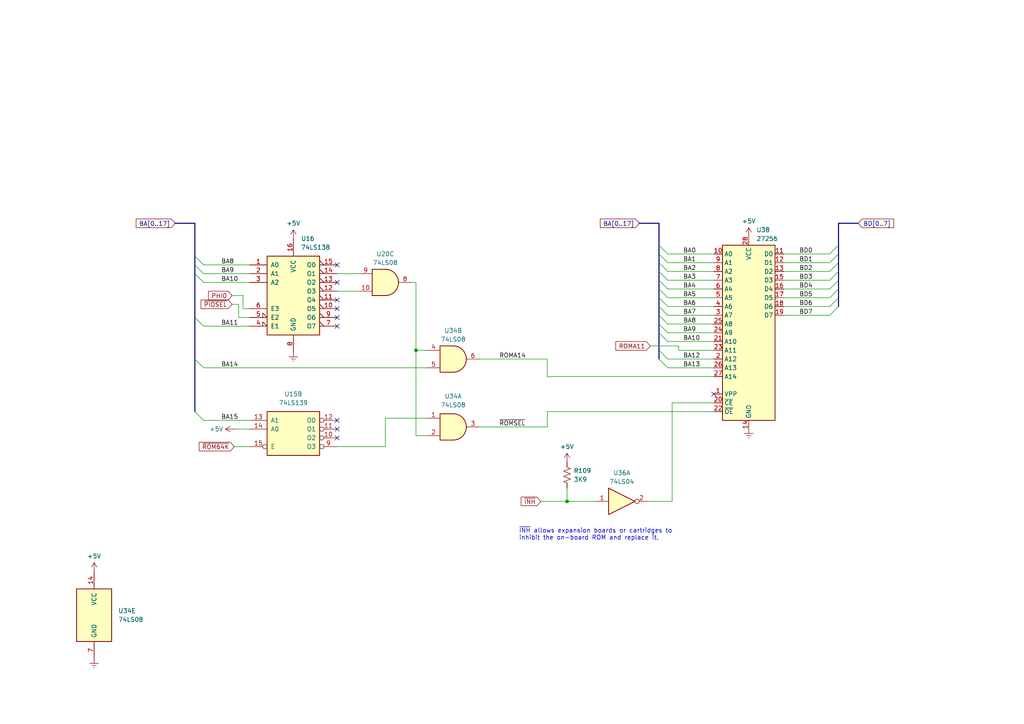
<source format=kicad_sch>
(kicad_sch (version 20230121) (generator eeschema)
  (paper "A4")
  (title_block (title "Dick Smith Cat - Motherboard") (date "1984") (company "Video Technology Ltd.") (comment 2 "Schematic Redrawn by Rhys Weatherley") (comment 3 "ROM"))
  (lib_symbols
    (symbol "74xx:74LS04"
      (property "Reference" "U" (at 0 1.27 0))
      (property "Value" "74LS04" (at 0 -1.27 0))
      (symbol "74LS04_1_0"
        (polyline (pts (xy -3.81 3.81) (xy -3.81 -3.81) (xy 3.81 0) (xy -3.81 3.81)) (stroke (width 0.254)) (fill (type background)))
        (pin input line (at -7.62 0 0) (length 3.81) (name "~") (number "1"))
        (pin output inverted (at 7.62 0 180) (length 3.81) (name "~") (number "2"))
      )
      (symbol "74LS04_2_0"
        (polyline (pts (xy -3.81 3.81) (xy -3.81 -3.81) (xy 3.81 0) (xy -3.81 3.81)) (stroke (width 0.254)) (fill (type background)))
        (pin input line (at -7.62 0 0) (length 3.81) (name "~") (number "3"))
        (pin output inverted (at 7.62 0 180) (length 3.81) (name "~") (number "4"))
      )
      (symbol "74LS04_3_0"
        (polyline (pts (xy -3.81 3.81) (xy -3.81 -3.81) (xy 3.81 0) (xy -3.81 3.81)) (stroke (width 0.254)) (fill (type background)))
        (pin input line (at -7.62 0 0) (length 3.81) (name "~") (number "5"))
        (pin output inverted (at 7.62 0 180) (length 3.81) (name "~") (number "6"))
      )
      (symbol "74LS04_4_0"
        (polyline (pts (xy -3.81 3.81) (xy -3.81 -3.81) (xy 3.81 0) (xy -3.81 3.81)) (stroke (width 0.254)) (fill (type background)))
        (pin output inverted (at 7.62 0 180) (length 3.81) (name "~") (number "8"))
        (pin input line (at -7.62 0 0) (length 3.81) (name "~") (number "9"))
      )
      (symbol "74LS04_5_0"
        (polyline (pts (xy -3.81 3.81) (xy -3.81 -3.81) (xy 3.81 0) (xy -3.81 3.81)) (stroke (width 0.254)) (fill (type background)))
        (pin output inverted (at 7.62 0 180) (length 3.81) (name "~") (number "10"))
        (pin input line (at -7.62 0 0) (length 3.81) (name "~") (number "11"))
      )
      (symbol "74LS04_6_0"
        (polyline (pts (xy -3.81 3.81) (xy -3.81 -3.81) (xy 3.81 0) (xy -3.81 3.81)) (stroke (width 0.254)) (fill (type background)))
        (pin output inverted (at 7.62 0 180) (length 3.81) (name "~") (number "12"))
        (pin input line (at -7.62 0 0) (length 3.81) (name "~") (number "13"))
      )
      (symbol "74LS04_7_0"
        (pin power_in line (at 0 12.7 270) (length 5.08) (name "VCC") (number "14"))
        (pin power_in line (at 0 -12.7 90) (length 5.08) (name "GND") (number "7"))
      )
      (symbol "74LS04_7_1"
        (rectangle (start -5.08 7.62) (end 5.08 -7.62) (stroke (width 0.254)) (fill (type background)))
      )
    )
    (symbol "74xx:74LS08" (pin_names (offset 1.016))
      (property "Reference" "U" (at 0 1.27 0))
      (property "Value" "74LS08" (at 0 -1.27 0))
      (symbol "74LS08_1_1"
        (arc (start 0 -3.81) (mid 3.7934 0) (end 0 3.81) (stroke (width 0.254)) (fill (type background)))
        (polyline (pts (xy 0 3.81) (xy -3.81 3.81) (xy -3.81 -3.81) (xy 0 -3.81)) (stroke (width 0.254)) (fill (type background)))
        (pin input line (at -7.62 2.54 0) (length 3.81) (name "~") (number "1"))
        (pin input line (at -7.62 -2.54 0) (length 3.81) (name "~") (number "2"))
        (pin output line (at 7.62 0 180) (length 3.81) (name "~") (number "3"))
      )
      (symbol "74LS08_1_2"
        (arc (start -3.81 -3.81) (mid -2.589 0) (end -3.81 3.81) (stroke (width 0.254)))
        (arc (start -0.6096 -3.81) (mid 2.1842 -2.5851) (end 3.81 0) (stroke (width 0.254)) (fill (type background)))
        (polyline (pts (xy -3.81 -3.81) (xy -0.635 -3.81)) (stroke (width 0.254)) (fill (type background)))
        (polyline (pts (xy -3.81 3.81) (xy -0.635 3.81)) (stroke (width 0.254)) (fill (type background)))
        (polyline (pts (xy -0.635 3.81) (xy -3.81 3.81) (xy -3.81 3.81) (xy -3.556 3.4036) (xy -3.0226 2.2606) (xy -2.6924 1.0414) (xy -2.6162 -0.254) (xy -2.7686 -1.4986) (xy -3.175 -2.7178) (xy -3.81 -3.81) (xy -3.81 -3.81) (xy -0.635 -3.81)) (stroke (width -25.4)) (fill (type background)))
        (arc (start 3.81 0) (mid 2.1915 2.5936) (end -0.6096 3.81) (stroke (width 0.254)) (fill (type background)))
        (pin input inverted (at -7.62 2.54 0) (length 4.318) (name "~") (number "1"))
        (pin input inverted (at -7.62 -2.54 0) (length 4.318) (name "~") (number "2"))
        (pin output inverted (at 7.62 0 180) (length 3.81) (name "~") (number "3"))
      )
      (symbol "74LS08_2_1"
        (arc (start 0 -3.81) (mid 3.7934 0) (end 0 3.81) (stroke (width 0.254)) (fill (type background)))
        (polyline (pts (xy 0 3.81) (xy -3.81 3.81) (xy -3.81 -3.81) (xy 0 -3.81)) (stroke (width 0.254)) (fill (type background)))
        (pin input line (at -7.62 2.54 0) (length 3.81) (name "~") (number "4"))
        (pin input line (at -7.62 -2.54 0) (length 3.81) (name "~") (number "5"))
        (pin output line (at 7.62 0 180) (length 3.81) (name "~") (number "6"))
      )
      (symbol "74LS08_2_2"
        (arc (start -3.81 -3.81) (mid -2.589 0) (end -3.81 3.81) (stroke (width 0.254)))
        (arc (start -0.6096 -3.81) (mid 2.1842 -2.5851) (end 3.81 0) (stroke (width 0.254)) (fill (type background)))
        (polyline (pts (xy -3.81 -3.81) (xy -0.635 -3.81)) (stroke (width 0.254)) (fill (type background)))
        (polyline (pts (xy -3.81 3.81) (xy -0.635 3.81)) (stroke (width 0.254)) (fill (type background)))
        (polyline (pts (xy -0.635 3.81) (xy -3.81 3.81) (xy -3.81 3.81) (xy -3.556 3.4036) (xy -3.0226 2.2606) (xy -2.6924 1.0414) (xy -2.6162 -0.254) (xy -2.7686 -1.4986) (xy -3.175 -2.7178) (xy -3.81 -3.81) (xy -3.81 -3.81) (xy -0.635 -3.81)) (stroke (width -25.4)) (fill (type background)))
        (arc (start 3.81 0) (mid 2.1915 2.5936) (end -0.6096 3.81) (stroke (width 0.254)) (fill (type background)))
        (pin input inverted (at -7.62 2.54 0) (length 4.318) (name "~") (number "4"))
        (pin input inverted (at -7.62 -2.54 0) (length 4.318) (name "~") (number "5"))
        (pin output inverted (at 7.62 0 180) (length 3.81) (name "~") (number "6"))
      )
      (symbol "74LS08_3_1"
        (arc (start 0 -3.81) (mid 3.7934 0) (end 0 3.81) (stroke (width 0.254)) (fill (type background)))
        (polyline (pts (xy 0 3.81) (xy -3.81 3.81) (xy -3.81 -3.81) (xy 0 -3.81)) (stroke (width 0.254)) (fill (type background)))
        (pin input line (at -7.62 -2.54 0) (length 3.81) (name "~") (number "10"))
        (pin output line (at 7.62 0 180) (length 3.81) (name "~") (number "8"))
        (pin input line (at -7.62 2.54 0) (length 3.81) (name "~") (number "9"))
      )
      (symbol "74LS08_3_2"
        (arc (start -3.81 -3.81) (mid -2.589 0) (end -3.81 3.81) (stroke (width 0.254)))
        (arc (start -0.6096 -3.81) (mid 2.1842 -2.5851) (end 3.81 0) (stroke (width 0.254)) (fill (type background)))
        (polyline (pts (xy -3.81 -3.81) (xy -0.635 -3.81)) (stroke (width 0.254)) (fill (type background)))
        (polyline (pts (xy -3.81 3.81) (xy -0.635 3.81)) (stroke (width 0.254)) (fill (type background)))
        (polyline (pts (xy -0.635 3.81) (xy -3.81 3.81) (xy -3.81 3.81) (xy -3.556 3.4036) (xy -3.0226 2.2606) (xy -2.6924 1.0414) (xy -2.6162 -0.254) (xy -2.7686 -1.4986) (xy -3.175 -2.7178) (xy -3.81 -3.81) (xy -3.81 -3.81) (xy -0.635 -3.81)) (stroke (width -25.4)) (fill (type background)))
        (arc (start 3.81 0) (mid 2.1915 2.5936) (end -0.6096 3.81) (stroke (width 0.254)) (fill (type background)))
        (pin input inverted (at -7.62 -2.54 0) (length 4.318) (name "~") (number "10"))
        (pin output inverted (at 7.62 0 180) (length 3.81) (name "~") (number "8"))
        (pin input inverted (at -7.62 2.54 0) (length 4.318) (name "~") (number "9"))
      )
      (symbol "74LS08_4_1"
        (arc (start 0 -3.81) (mid 3.7934 0) (end 0 3.81) (stroke (width 0.254)) (fill (type background)))
        (polyline (pts (xy 0 3.81) (xy -3.81 3.81) (xy -3.81 -3.81) (xy 0 -3.81)) (stroke (width 0.254)) (fill (type background)))
        (pin output line (at 7.62 0 180) (length 3.81) (name "~") (number "11"))
        (pin input line (at -7.62 2.54 0) (length 3.81) (name "~") (number "12"))
        (pin input line (at -7.62 -2.54 0) (length 3.81) (name "~") (number "13"))
      )
      (symbol "74LS08_4_2"
        (arc (start -3.81 -3.81) (mid -2.589 0) (end -3.81 3.81) (stroke (width 0.254)))
        (arc (start -0.6096 -3.81) (mid 2.1842 -2.5851) (end 3.81 0) (stroke (width 0.254)) (fill (type background)))
        (polyline (pts (xy -3.81 -3.81) (xy -0.635 -3.81)) (stroke (width 0.254)) (fill (type background)))
        (polyline (pts (xy -3.81 3.81) (xy -0.635 3.81)) (stroke (width 0.254)) (fill (type background)))
        (polyline (pts (xy -0.635 3.81) (xy -3.81 3.81) (xy -3.81 3.81) (xy -3.556 3.4036) (xy -3.0226 2.2606) (xy -2.6924 1.0414) (xy -2.6162 -0.254) (xy -2.7686 -1.4986) (xy -3.175 -2.7178) (xy -3.81 -3.81) (xy -3.81 -3.81) (xy -0.635 -3.81)) (stroke (width -25.4)) (fill (type background)))
        (arc (start 3.81 0) (mid 2.1915 2.5936) (end -0.6096 3.81) (stroke (width 0.254)) (fill (type background)))
        (pin output inverted (at 7.62 0 180) (length 3.81) (name "~") (number "11"))
        (pin input inverted (at -7.62 2.54 0) (length 4.318) (name "~") (number "12"))
        (pin input inverted (at -7.62 -2.54 0) (length 4.318) (name "~") (number "13"))
      )
      (symbol "74LS08_5_0"
        (pin power_in line (at 0 12.7 270) (length 5.08) (name "VCC") (number "14"))
        (pin power_in line (at 0 -12.7 90) (length 5.08) (name "GND") (number "7"))
      )
      (symbol "74LS08_5_1"
        (rectangle (start -5.08 7.62) (end 5.08 -7.62) (stroke (width 0.254)) (fill (type background)))
      )
    )
    (symbol "74xx:74LS138" (pin_names (offset 1.016))
      (property "Reference" "U" (at -7.62 11.43 0))
      (property "Value" "74LS138" (at -7.62 -13.97 0))
      (symbol "74LS138_1_0"
        (pin input line (at -12.7 7.62 0) (length 5.08) (name "A0") (number "1"))
        (pin output output_low (at 12.7 -5.08 180) (length 5.08) (name "O5") (number "10"))
        (pin output output_low (at 12.7 -2.54 180) (length 5.08) (name "O4") (number "11"))
        (pin output output_low (at 12.7 0 180) (length 5.08) (name "O3") (number "12"))
        (pin output output_low (at 12.7 2.54 180) (length 5.08) (name "O2") (number "13"))
        (pin output output_low (at 12.7 5.08 180) (length 5.08) (name "O1") (number "14"))
        (pin output output_low (at 12.7 7.62 180) (length 5.08) (name "O0") (number "15"))
        (pin power_in line (at 0 15.24 270) (length 5.08) (name "VCC") (number "16"))
        (pin input line (at -12.7 5.08 0) (length 5.08) (name "A1") (number "2"))
        (pin input line (at -12.7 2.54 0) (length 5.08) (name "A2") (number "3"))
        (pin input input_low (at -12.7 -10.16 0) (length 5.08) (name "E1") (number "4"))
        (pin input input_low (at -12.7 -7.62 0) (length 5.08) (name "E2") (number "5"))
        (pin input line (at -12.7 -5.08 0) (length 5.08) (name "E3") (number "6"))
        (pin output output_low (at 12.7 -10.16 180) (length 5.08) (name "O7") (number "7"))
        (pin power_in line (at 0 -17.78 90) (length 5.08) (name "GND") (number "8"))
        (pin output output_low (at 12.7 -7.62 180) (length 5.08) (name "O6") (number "9"))
      )
      (symbol "74LS138_1_1"
        (rectangle (start -7.62 10.16) (end 7.62 -12.7) (stroke (width 0.254)) (fill (type background)))
      )
    )
    (symbol "74xx:74LS139" (pin_names (offset 1.016))
      (property "Reference" "U" (at -7.62 8.89 0))
      (property "Value" "74LS139" (at -7.62 -8.89 0))
      (symbol "74LS139_1_0"
        (pin input inverted (at -12.7 -5.08 0) (length 5.08) (name "E") (number "1"))
        (pin input line (at -12.7 0 0) (length 5.08) (name "A0") (number "2"))
        (pin input line (at -12.7 2.54 0) (length 5.08) (name "A1") (number "3"))
        (pin output inverted (at 12.7 2.54 180) (length 5.08) (name "O0") (number "4"))
        (pin output inverted (at 12.7 0 180) (length 5.08) (name "O1") (number "5"))
        (pin output inverted (at 12.7 -2.54 180) (length 5.08) (name "O2") (number "6"))
        (pin output inverted (at 12.7 -5.08 180) (length 5.08) (name "O3") (number "7"))
      )
      (symbol "74LS139_1_1"
        (rectangle (start -7.62 5.08) (end 7.62 -7.62) (stroke (width 0.254)) (fill (type background)))
      )
      (symbol "74LS139_2_0"
        (pin output inverted (at 12.7 -2.54 180) (length 5.08) (name "O2") (number "10"))
        (pin output inverted (at 12.7 0 180) (length 5.08) (name "O1") (number "11"))
        (pin output inverted (at 12.7 2.54 180) (length 5.08) (name "O0") (number "12"))
        (pin input line (at -12.7 2.54 0) (length 5.08) (name "A1") (number "13"))
        (pin input line (at -12.7 0 0) (length 5.08) (name "A0") (number "14"))
        (pin input inverted (at -12.7 -5.08 0) (length 5.08) (name "E") (number "15"))
        (pin output inverted (at 12.7 -5.08 180) (length 5.08) (name "O3") (number "9"))
      )
      (symbol "74LS139_2_1"
        (rectangle (start -7.62 5.08) (end 7.62 -7.62) (stroke (width 0.254)) (fill (type background)))
      )
      (symbol "74LS139_3_0"
        (pin power_in line (at 0 12.7 270) (length 5.08) (name "VCC") (number "16"))
        (pin power_in line (at 0 -12.7 90) (length 5.08) (name "GND") (number "8"))
      )
      (symbol "74LS139_3_1"
        (rectangle (start -5.08 7.62) (end 5.08 -7.62) (stroke (width 0.254)) (fill (type background)))
      )
    )
    (symbol "Device:R_US" (pin_numbers hide) (pin_names (offset 0))
      (property "Reference" "R" (at 2.54 0 90))
      (property "Value" "R_US" (at -2.54 0 90))
      (symbol "R_US_0_1"
        (polyline (pts (xy 0 -2.286) (xy 0 -2.54)))
        (polyline (pts (xy 0 2.286) (xy 0 2.54)))
        (polyline (pts (xy 0 -0.762) (xy 1.016 -1.143) (xy 0 -1.524) (xy -1.016 -1.905) (xy 0 -2.286)))
        (polyline (pts (xy 0 0.762) (xy 1.016 0.381) (xy 0 0) (xy -1.016 -0.381) (xy 0 -0.762)))
        (polyline (pts (xy 0 2.286) (xy 1.016 1.905) (xy 0 1.524) (xy -1.016 1.143) (xy 0 0.762)))
      )
      (symbol "R_US_1_1"
        (pin passive line (at 0 3.81 270) (length 1.27) (name "~") (number "1"))
        (pin passive line (at 0 -3.81 90) (length 1.27) (name "~") (number "2"))
      )
    )
    (symbol "Memory_EPROM:27C256"
      (property "Reference" "U" (at -7.62 26.67 0))
      (property "Value" "27C256" (at 2.54 -26.67 0))
      (symbol "27C256_1_1"
        (rectangle (start -7.62 25.4) (end 7.62 -25.4) (stroke (width 0.254)) (fill (type background)))
        (pin input line (at -10.16 -17.78 0) (length 2.54) (name "VPP") (number "1"))
        (pin input line (at -10.16 22.86 0) (length 2.54) (name "A0") (number "10"))
        (pin tri_state line (at 10.16 22.86 180) (length 2.54) (name "D0") (number "11"))
        (pin tri_state line (at 10.16 20.32 180) (length 2.54) (name "D1") (number "12"))
        (pin tri_state line (at 10.16 17.78 180) (length 2.54) (name "D2") (number "13"))
        (pin power_in line (at 0 -27.94 90) (length 2.54) (name "GND") (number "14"))
        (pin tri_state line (at 10.16 15.24 180) (length 2.54) (name "D3") (number "15"))
        (pin tri_state line (at 10.16 12.7 180) (length 2.54) (name "D4") (number "16"))
        (pin tri_state line (at 10.16 10.16 180) (length 2.54) (name "D5") (number "17"))
        (pin tri_state line (at 10.16 7.62 180) (length 2.54) (name "D6") (number "18"))
        (pin tri_state line (at 10.16 5.08 180) (length 2.54) (name "D7") (number "19"))
        (pin input line (at -10.16 -7.62 0) (length 2.54) (name "A12") (number "2"))
        (pin input line (at -10.16 -20.32 0) (length 2.54) (name "~{CE}") (number "20"))
        (pin input line (at -10.16 -2.54 0) (length 2.54) (name "A10") (number "21"))
        (pin input line (at -10.16 -22.86 0) (length 2.54) (name "~{OE}") (number "22"))
        (pin input line (at -10.16 -5.08 0) (length 2.54) (name "A11") (number "23"))
        (pin input line (at -10.16 0 0) (length 2.54) (name "A9") (number "24"))
        (pin input line (at -10.16 2.54 0) (length 2.54) (name "A8") (number "25"))
        (pin input line (at -10.16 -10.16 0) (length 2.54) (name "A13") (number "26"))
        (pin input line (at -10.16 -12.7 0) (length 2.54) (name "A14") (number "27"))
        (pin power_in line (at 0 27.94 270) (length 2.54) (name "VCC") (number "28"))
        (pin input line (at -10.16 5.08 0) (length 2.54) (name "A7") (number "3"))
        (pin input line (at -10.16 7.62 0) (length 2.54) (name "A6") (number "4"))
        (pin input line (at -10.16 10.16 0) (length 2.54) (name "A5") (number "5"))
        (pin input line (at -10.16 12.7 0) (length 2.54) (name "A4") (number "6"))
        (pin input line (at -10.16 15.24 0) (length 2.54) (name "A3") (number "7"))
        (pin input line (at -10.16 17.78 0) (length 2.54) (name "A2") (number "8"))
        (pin input line (at -10.16 20.32 0) (length 2.54) (name "A1") (number "9"))
      )
    )
    (symbol "power:+5V" (power) (pin_names (offset 0))
      (property "Value" "+5V" (at 0 3.556 0))
      (symbol "+5V_0_1"
        (polyline (pts (xy -0.762 1.27) (xy 0 2.54)))
        (polyline (pts (xy 0 0) (xy 0 2.54)))
        (polyline (pts (xy 0 2.54) (xy 0.762 1.27)))
      )
      (symbol "+5V_1_1"
        (pin power_in line (at 0 0 90) (length 0) hide (name "+5V") (number "1"))
      )
    )
    (symbol "power:Earth" (power) (pin_names (offset 0))
      (symbol "Earth_0_1"
        (polyline (pts (xy -0.635 -1.905) (xy 0.635 -1.905)))
        (polyline (pts (xy -0.127 -2.54) (xy 0.127 -2.54)))
        (polyline (pts (xy 0 -1.27) (xy 0 0)))
        (polyline (pts (xy 1.27 -1.27) (xy -1.27 -1.27)))
      )
      (symbol "Earth_1_1"
        (pin power_in line (at 0 0 270) (length 0) hide (name "Earth") (number "1"))
      )
    )
  )
  (junction (at 120.65 101.6))
  (junction (at 164.465 145.415))
  (no_connect (at 97.79 124.46))
  (no_connect (at 97.79 89.535))
  (no_connect (at 97.79 81.915))
  (no_connect (at 97.79 92.075))
  (no_connect (at 97.79 121.92))
  (no_connect (at 97.79 86.995))
  (no_connect (at 207.01 114.3))
  (no_connect (at 97.79 94.615))
  (no_connect (at 97.79 127))
  (no_connect (at 97.79 76.835))
  (bus_entry (at 191.135 83.82) (size 2.54 2.54))
  (bus_entry (at 56.515 74.295) (size 2.54 2.54))
  (bus_entry (at 243.205 81.28) (size -2.54 2.54))
  (bus_entry (at 56.515 76.835) (size 2.54 2.54))
  (bus_entry (at 243.205 83.82) (size -2.54 2.54))
  (bus_entry (at 191.135 78.74) (size 2.54 2.54))
  (bus_entry (at 191.135 73.66) (size 2.54 2.54))
  (bus_entry (at 243.205 86.36) (size -2.54 2.54))
  (bus_entry (at 243.205 88.9) (size -2.54 2.54))
  (bus_entry (at 191.135 96.52) (size 2.54 2.54))
  (bus_entry (at 191.135 86.36) (size 2.54 2.54))
  (bus_entry (at 191.135 81.28) (size 2.54 2.54))
  (bus_entry (at 191.135 88.9) (size 2.54 2.54))
  (bus_entry (at 56.515 119.38) (size 2.54 2.54))
  (bus_entry (at 191.135 91.44) (size 2.54 2.54))
  (bus_entry (at 191.135 104.14) (size 2.54 2.54))
  (bus_entry (at 191.135 93.98) (size 2.54 2.54))
  (bus_entry (at 191.135 101.6) (size 2.54 2.54))
  (bus_entry (at 191.135 76.2) (size 2.54 2.54))
  (bus_entry (at 56.515 92.075) (size 2.54 2.54))
  (bus_entry (at 243.205 78.74) (size -2.54 2.54))
  (bus_entry (at 243.205 71.12) (size -2.54 2.54))
  (bus_entry (at 243.205 73.66) (size -2.54 2.54))
  (bus_entry (at 56.515 104.14) (size 2.54 2.54))
  (bus_entry (at 56.515 79.375) (size 2.54 2.54))
  (bus_entry (at 243.205 76.2) (size -2.54 2.54))
  (bus_entry (at 191.135 71.12) (size 2.54 2.54))
  (wire (pts (xy 240.665 78.74) (xy 227.33 78.74)))
  (bus (pts (xy 243.205 64.77) (xy 248.92 64.77)))
  (wire (pts (xy 59.055 106.68) (xy 123.825 106.68)))
  (bus (pts (xy 191.135 64.77) (xy 191.135 71.12)))
  (bus (pts (xy 243.205 88.9) (xy 243.205 86.36)))
  (wire (pts (xy 120.65 101.6) (xy 120.65 126.365)))
  (wire (pts (xy 111.76 121.285) (xy 123.825 121.285)))
  (wire (pts (xy 59.055 121.92) (xy 72.39 121.92)))
  (wire (pts (xy 193.675 96.52) (xy 207.01 96.52)))
  (wire (pts (xy 193.675 83.82) (xy 207.01 83.82)))
  (bus (pts (xy 191.135 83.82) (xy 191.135 86.36)))
  (wire (pts (xy 193.675 99.06) (xy 207.01 99.06)))
  (bus (pts (xy 243.205 83.82) (xy 243.205 81.28)))
  (bus (pts (xy 191.135 73.66) (xy 191.135 76.2)))
  (wire (pts (xy 97.79 79.375) (xy 104.14 79.375)))
  (bus (pts (xy 56.515 64.77) (xy 56.515 74.295)))
  (bus (pts (xy 243.205 71.12) (xy 243.205 64.77)))
  (wire (pts (xy 240.665 91.44) (xy 227.33 91.44)))
  (wire (pts (xy 120.65 101.6) (xy 123.825 101.6)))
  (wire (pts (xy 193.675 78.74) (xy 207.01 78.74)))
  (bus (pts (xy 56.515 79.375) (xy 56.515 92.075)))
  (wire (pts (xy 120.65 81.915) (xy 120.65 101.6)))
  (wire (pts (xy 67.945 124.46) (xy 72.39 124.46)))
  (bus (pts (xy 56.515 76.835) (xy 56.515 79.375)))
  (bus (pts (xy 191.135 91.44) (xy 191.135 93.98)))
  (bus (pts (xy 50.8 64.77) (xy 56.515 64.77)))
  (wire (pts (xy 240.665 88.9) (xy 227.33 88.9)))
  (wire (pts (xy 139.065 104.14) (xy 158.75 104.14)))
  (wire (pts (xy 193.675 76.2) (xy 207.01 76.2)))
  (wire (pts (xy 193.675 106.68) (xy 207.01 106.68)))
  (wire (pts (xy 111.76 129.54) (xy 111.76 121.285)))
  (wire (pts (xy 240.665 76.2) (xy 227.33 76.2)))
  (bus (pts (xy 243.205 76.2) (xy 243.205 73.66)))
  (bus (pts (xy 191.135 93.98) (xy 191.135 96.52)))
  (bus (pts (xy 191.135 88.9) (xy 191.135 91.44)))
  (wire (pts (xy 240.665 83.82) (xy 227.33 83.82)))
  (bus (pts (xy 191.135 78.74) (xy 191.135 81.28)))
  (wire (pts (xy 193.675 88.9) (xy 207.01 88.9)))
  (bus (pts (xy 56.515 92.075) (xy 56.515 104.14)))
  (wire (pts (xy 120.65 126.365) (xy 123.825 126.365)))
  (wire (pts (xy 97.79 129.54) (xy 111.76 129.54)))
  (wire (pts (xy 193.675 91.44) (xy 207.01 91.44)))
  (wire (pts (xy 67.31 88.265) (xy 69.215 88.265)))
  (wire (pts (xy 187.96 145.415) (xy 194.945 145.415)))
  (bus (pts (xy 56.515 104.14) (xy 56.515 119.38)))
  (wire (pts (xy 193.675 81.28) (xy 207.01 81.28)))
  (wire (pts (xy 193.675 73.66) (xy 207.01 73.66)))
  (wire (pts (xy 164.465 145.415) (xy 172.72 145.415)))
  (wire (pts (xy 59.055 76.835) (xy 72.39 76.835)))
  (bus (pts (xy 243.205 78.74) (xy 243.205 76.2)))
  (wire (pts (xy 240.665 86.36) (xy 227.33 86.36)))
  (bus (pts (xy 191.135 81.28) (xy 191.135 83.82)))
  (wire (pts (xy 59.055 81.915) (xy 72.39 81.915)))
  (wire (pts (xy 120.65 81.915) (xy 119.38 81.915)))
  (wire (pts (xy 164.465 141.605) (xy 164.465 145.415)))
  (wire (pts (xy 59.055 79.375) (xy 72.39 79.375)))
  (bus (pts (xy 243.205 73.66) (xy 243.205 71.12)))
  (wire (pts (xy 67.31 85.725) (xy 70.485 85.725)))
  (wire (pts (xy 207.01 101.6) (xy 196.85 101.6)))
  (wire (pts (xy 196.85 101.6) (xy 196.85 100.33)))
  (wire (pts (xy 194.945 145.415) (xy 194.945 116.84)))
  (wire (pts (xy 193.675 93.98) (xy 207.01 93.98)))
  (wire (pts (xy 59.055 94.615) (xy 72.39 94.615)))
  (wire (pts (xy 193.675 86.36) (xy 207.01 86.36)))
  (wire (pts (xy 193.675 104.14) (xy 207.01 104.14)))
  (wire (pts (xy 240.665 81.28) (xy 227.33 81.28)))
  (wire (pts (xy 194.945 116.84) (xy 207.01 116.84)))
  (bus (pts (xy 191.135 86.36) (xy 191.135 88.9)))
  (wire (pts (xy 196.85 100.33) (xy 188.595 100.33)))
  (bus (pts (xy 191.135 96.52) (xy 191.135 101.6)))
  (wire (pts (xy 158.75 123.825) (xy 158.75 119.38)))
  (wire (pts (xy 69.215 88.265) (xy 69.215 92.075)))
  (bus (pts (xy 191.135 71.12) (xy 191.135 73.66)))
  (wire (pts (xy 240.665 73.66) (xy 227.33 73.66)))
  (wire (pts (xy 70.485 89.535) (xy 72.39 89.535)))
  (wire (pts (xy 69.215 92.075) (xy 72.39 92.075)))
  (bus (pts (xy 191.135 76.2) (xy 191.135 78.74)))
  (bus (pts (xy 185.42 64.77) (xy 191.135 64.77)))
  (wire (pts (xy 158.75 109.22) (xy 207.01 109.22)))
  (wire (pts (xy 158.75 104.14) (xy 158.75 109.22)))
  (bus (pts (xy 243.205 86.36) (xy 243.205 83.82)))
  (bus (pts (xy 191.135 101.6) (xy 191.135 104.14)))
  (bus (pts (xy 243.205 81.28) (xy 243.205 78.74)))
  (wire (pts (xy 67.945 129.54) (xy 72.39 129.54)))
  (bus (pts (xy 56.515 74.295) (xy 56.515 76.835)))
  (wire (pts (xy 139.065 123.825) (xy 158.75 123.825)))
  (wire (pts (xy 97.79 84.455) (xy 104.14 84.455)))
  (wire (pts (xy 158.75 119.38) (xy 207.01 119.38)))
  (wire (pts (xy 70.485 85.725) (xy 70.485 89.535)))
  (wire (pts (xy 156.845 145.415) (xy 164.465 145.415)))
  (text "~{INH} allows expansion boards or cartridges to\ninhibit the on-board ROM and replace it." (at 150.495 156.845 0) (effects (font (size 1.27 1.27)) (justify left bottom)))
  (label "BA8" (at 198.12 93.98 0))
  (label "BD0" (at 231.775 73.66 0))
  (label "BD2" (at 231.775 78.74 0))
  (label "BA4" (at 198.12 83.82 0))
  (label "BA1" (at 198.12 76.2 0))
  (label "BA5" (at 198.12 86.36 0))
  (label "BD4" (at 231.775 83.82 0))
  (label "BD7" (at 231.775 91.44 0))
  (label "BA3" (at 198.12 81.28 0))
  (label "BA11" (at 64.135 94.615 0))
  (label "BD1" (at 231.775 76.2 0))
  (label "ROMA14" (at 144.78 104.14 0))
  (label "~{ROMSEL}" (at 144.78 123.825 0))
  (label "BA0" (at 198.12 73.66 0))
  (label "BA13" (at 198.12 106.68 0))
  (label "BD3" (at 231.775 81.28 0))
  (label "BA2" (at 198.12 78.74 0))
  (label "BA9" (at 198.12 96.52 0))
  (label "BA6" (at 198.12 88.9 0))
  (label "BA7" (at 198.12 91.44 0))
  (label "BD6" (at 231.775 88.9 0))
  (label "BA15" (at 64.135 121.92 0))
  (label "BA14" (at 64.135 106.68 0))
  (label "BD5" (at 231.775 86.36 0))
  (label "BA8" (at 64.135 76.835 0))
  (label "BA10" (at 64.135 81.915 0))
  (label "BA9" (at 64.135 79.375 0))
  (label "BA12" (at 198.12 104.14 0))
  (label "BA10" (at 198.12 99.06 0))
  (global_label "PHI0" (shape input) (at 67.31 85.725 180) (property "Intersheetrefs" "${INTERSHEET_REFS}" (effects hide)))
  (global_label "~{PIOSEL}" (shape input) (at 67.31 88.265 180) (property "Intersheetrefs" "${INTERSHEET_REFS}" (effects hide)))
  (global_label "~{INH}" (shape input) (at 156.845 145.415 180) (property "Intersheetrefs" "${INTERSHEET_REFS}" (effects hide)))
  (global_label "BA[0..17]" (shape input) (at 50.8 64.77 180) (property "Intersheetrefs" "${INTERSHEET_REFS}" (effects hide)))
  (global_label "BD[0..7]" (shape input) (at 248.92 64.77 0) (property "Intersheetrefs" "${INTERSHEET_REFS}" (effects hide)))
  (global_label "BA[0..17]" (shape input) (at 185.42 64.77 180) (property "Intersheetrefs" "${INTERSHEET_REFS}" (effects hide)))
  (global_label "~{ROM64K}" (shape input) (at 67.945 129.54 180) (property "Intersheetrefs" "${INTERSHEET_REFS}" (effects hide)))
  (global_label "ROMA11" (shape input) (at 188.595 100.33 180) (property "Intersheetrefs" "${INTERSHEET_REFS}" (effects hide)))
  (symbol (lib_id "74xx:74LS08") (at 131.445 123.825 0) (unit 1)
    (property "Reference" "U34" (at 131.4367 114.935 0))
    (property "Value" "74LS08" (at 131.4367 117.475 0))
    (property "Footprint" "Package_DIP:DIP-14_W7.62mm" (effects hide))
    (property "Datasheet" "http://www.ti.com/lit/gpn/sn74LS08" (effects hide))
  )
  (symbol (lib_id "Device:R_US") (at 164.465 137.795 0) (unit 1)
    (property "Reference" "R109" (at 166.37 136.525 0) (effects (justify left)))
    (property "Value" "3K9" (at 166.37 139.065 0) (effects (justify left)))
    (property "Footprint" "Resistor_THT:R_Axial_DIN0207_L6.3mm_D2.5mm_P7.62mm_Horizontal" (effects hide))
  )
  (symbol (lib_id "74xx:74LS08") (at 27.305 178.435 0) (unit 5)
    (property "Reference" "U34" (at 34.29 177.165 0) (effects (justify left)))
    (property "Value" "74LS08" (at 34.29 179.705 0) (effects (justify left)))
    (property "Footprint" "Package_DIP:DIP-14_W7.62mm" (effects hide))
    (property "Datasheet" "http://www.ti.com/lit/gpn/sn74LS08" (effects hide))
  )
  (symbol (lib_id "power:+5V") (at 67.945 124.46 90) (unit 1)
    (property "Reference" "#PWR066" (effects hide))
    (property "Value" "+5V" (at 64.77 124.46 90) (effects (justify left)))
  )
  (symbol (lib_id "power:+5V") (at 164.465 133.985 0) (unit 1)
    (property "Reference" "#PWR073" (effects hide))
    (property "Value" "+5V" (at 164.465 129.54 0))
  )
  (symbol (lib_id "Memory_EPROM:27C256") (at 217.17 96.52 0) (unit 1)
    (property "Reference" "U38" (at 219.3641 66.675 0) (effects (justify left)))
    (property "Value" "27256" (at 219.3641 69.215 0) (effects (justify left)))
    (property "Footprint" "Package_DIP:DIP-28_W15.24mm" (effects hide))
    (property "Datasheet" "http://ww1.microchip.com/downloads/en/DeviceDoc/doc0014.pdf" (effects hide))
  )
  (symbol (lib_id "74xx:74LS08") (at 131.445 104.14 0) (unit 2)
    (property "Reference" "U34" (at 131.4367 95.885 0))
    (property "Value" "74LS08" (at 131.4367 98.425 0))
    (property "Footprint" "Package_DIP:DIP-14_W7.62mm" (effects hide))
    (property "Datasheet" "http://www.ti.com/lit/gpn/sn74LS08" (effects hide))
  )
  (symbol (lib_id "74xx:74LS04") (at 180.34 145.415 0) (unit 1)
    (property "Reference" "U36" (at 180.34 137.16 0))
    (property "Value" "74LS04" (at 180.34 139.7 0))
    (property "Footprint" "Package_DIP:DIP-14_W7.62mm" (effects hide))
    (property "Datasheet" "http://www.ti.com/lit/gpn/sn74LS04" (effects hide))
  )
  (symbol (lib_id "power:+5V") (at 85.09 69.215 0) (unit 1)
    (property "Reference" "#PWR068" (effects hide))
    (property "Value" "+5V" (at 85.09 64.77 0))
  )
  (symbol (lib_id "power:+5V") (at 217.17 68.58 0) (unit 1)
    (property "Reference" "#PWR064" (effects hide))
    (property "Value" "+5V" (at 217.17 64.135 0))
  )
  (symbol (lib_id "power:Earth") (at 27.305 191.135 0) (unit 1)
    (property "Reference" "#PWR069" (effects hide))
    (property "Value" "Earth" (effects hide))
  )
  (symbol (lib_id "74xx:74LS138") (at 85.09 84.455 0) (unit 1)
    (property "Reference" "U16" (at 87.2841 69.215 0) (effects (justify left)))
    (property "Value" "74LS138" (at 87.2841 71.755 0) (effects (justify left)))
    (property "Footprint" "Package_DIP:DIP-16_W7.62mm" (effects hide))
    (property "Datasheet" "http://www.ti.com/lit/gpn/sn74LS138" (effects hide))
  )
  (symbol (lib_id "74xx:74LS139") (at 85.09 124.46 0) (unit 2)
    (property "Reference" "U15" (at 85.09 114.3 0))
    (property "Value" "74LS139" (at 85.09 116.84 0))
    (property "Footprint" "Package_DIP:DIP-16_W7.62mm" (effects hide))
    (property "Datasheet" "http://www.ti.com/lit/ds/symlink/sn74ls139a.pdf" (effects hide))
  )
  (symbol (lib_id "power:Earth") (at 85.09 102.235 0) (unit 1)
    (property "Reference" "#PWR067" (effects hide))
    (property "Value" "Earth" (effects hide))
  )
  (symbol (lib_id "74xx:74LS08") (at 111.76 81.915 0) (unit 3)
    (property "Reference" "U20" (at 111.7517 73.66 0))
    (property "Value" "74LS08" (at 111.7517 76.2 0))
    (property "Footprint" "Package_DIP:DIP-14_W7.62mm" (effects hide))
    (property "Datasheet" "http://www.ti.com/lit/gpn/sn74LS08" (effects hide))
  )
  (symbol (lib_id "power:Earth") (at 217.17 124.46 0) (unit 1)
    (property "Reference" "#PWR065" (effects hide))
    (property "Value" "Earth" (effects hide))
  )
  (symbol (lib_id "power:+5V") (at 27.305 165.735 0) (unit 1)
    (property "Reference" "#PWR070" (effects hide))
    (property "Value" "+5V" (at 27.305 161.29 0))
  )
)
</source>
